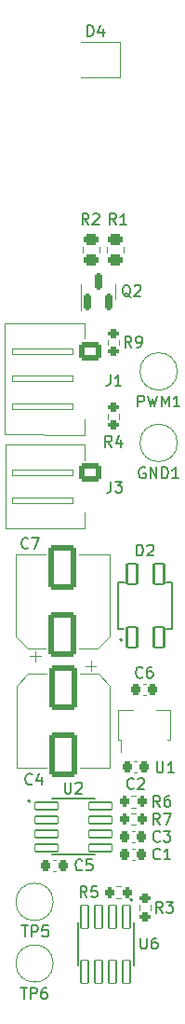
<source format=gto>
G04 #@! TF.GenerationSoftware,KiCad,Pcbnew,7.0.10*
G04 #@! TF.CreationDate,2024-05-01T16:26:18+02:00*
G04 #@! TF.ProjectId,microscope,6d696372-6f73-4636-9f70-652e6b696361,rev?*
G04 #@! TF.SameCoordinates,Original*
G04 #@! TF.FileFunction,Legend,Top*
G04 #@! TF.FilePolarity,Positive*
%FSLAX46Y46*%
G04 Gerber Fmt 4.6, Leading zero omitted, Abs format (unit mm)*
G04 Created by KiCad (PCBNEW 7.0.10) date 2024-05-01 16:26:18*
%MOMM*%
%LPD*%
G01*
G04 APERTURE LIST*
G04 Aperture macros list*
%AMRoundRect*
0 Rectangle with rounded corners*
0 $1 Rounding radius*
0 $2 $3 $4 $5 $6 $7 $8 $9 X,Y pos of 4 corners*
0 Add a 4 corners polygon primitive as box body*
4,1,4,$2,$3,$4,$5,$6,$7,$8,$9,$2,$3,0*
0 Add four circle primitives for the rounded corners*
1,1,$1+$1,$2,$3*
1,1,$1+$1,$4,$5*
1,1,$1+$1,$6,$7*
1,1,$1+$1,$8,$9*
0 Add four rect primitives between the rounded corners*
20,1,$1+$1,$2,$3,$4,$5,0*
20,1,$1+$1,$4,$5,$6,$7,0*
20,1,$1+$1,$6,$7,$8,$9,0*
20,1,$1+$1,$8,$9,$2,$3,0*%
%AMFreePoly0*
4,1,9,3.862500,-0.866500,0.737500,-0.866500,0.737500,-0.450000,-0.737500,-0.450000,-0.737500,0.450000,0.737500,0.450000,0.737500,0.866500,3.862500,0.866500,3.862500,-0.866500,3.862500,-0.866500,$1*%
G04 Aperture macros list end*
%ADD10C,0.160000*%
%ADD11C,0.120000*%
%ADD12C,0.127000*%
%ADD13C,0.200000*%
%ADD14RoundRect,0.250000X-0.450000X0.262500X-0.450000X-0.262500X0.450000X-0.262500X0.450000X0.262500X0*%
%ADD15RoundRect,0.150000X0.150000X-0.587500X0.150000X0.587500X-0.150000X0.587500X-0.150000X-0.587500X0*%
%ADD16R,2.200000X2.200000*%
%ADD17R,1.250000X2.200000*%
%ADD18RoundRect,0.225000X-0.225000X-0.250000X0.225000X-0.250000X0.225000X0.250000X-0.225000X0.250000X0*%
%ADD19RoundRect,0.200000X-0.200000X-0.275000X0.200000X-0.275000X0.200000X0.275000X-0.200000X0.275000X0*%
%ADD20R,0.900000X1.300000*%
%ADD21FreePoly0,90.000000*%
%ADD22RoundRect,0.225000X0.225000X0.250000X-0.225000X0.250000X-0.225000X-0.250000X0.225000X-0.250000X0*%
%ADD23RoundRect,0.056280X-0.345720X1.030720X-0.345720X-1.030720X0.345720X-1.030720X0.345720X1.030720X0*%
%ADD24RoundRect,0.250000X-1.000000X1.750000X-1.000000X-1.750000X1.000000X-1.750000X1.000000X1.750000X0*%
%ADD25RoundRect,0.200000X0.275000X-0.200000X0.275000X0.200000X-0.275000X0.200000X-0.275000X-0.200000X0*%
%ADD26RoundRect,0.250000X-0.750000X0.600000X-0.750000X-0.600000X0.750000X-0.600000X0.750000X0.600000X0*%
%ADD27O,2.000000X1.700000*%
%ADD28RoundRect,0.056280X-1.030720X-0.345720X1.030720X-0.345720X1.030720X0.345720X-1.030720X0.345720X0*%
%ADD29RoundRect,0.250000X-0.725000X0.600000X-0.725000X-0.600000X0.725000X-0.600000X0.725000X0.600000X0*%
%ADD30O,1.950000X1.700000*%
%ADD31RoundRect,0.111400X0.445600X-0.945600X0.445600X0.945600X-0.445600X0.945600X-0.445600X-0.945600X0*%
%ADD32RoundRect,0.200000X0.200000X0.275000X-0.200000X0.275000X-0.200000X-0.275000X0.200000X-0.275000X0*%
%ADD33C,3.000000*%
%ADD34RoundRect,0.200000X-0.275000X0.200000X-0.275000X-0.200000X0.275000X-0.200000X0.275000X0.200000X0*%
%ADD35RoundRect,0.250000X1.000000X-1.750000X1.000000X1.750000X-1.000000X1.750000X-1.000000X-1.750000X0*%
G04 APERTURE END LIST*
D10*
X99333333Y-67954299D02*
X99000000Y-67478108D01*
X98761905Y-67954299D02*
X98761905Y-66954299D01*
X98761905Y-66954299D02*
X99142857Y-66954299D01*
X99142857Y-66954299D02*
X99238095Y-67001918D01*
X99238095Y-67001918D02*
X99285714Y-67049537D01*
X99285714Y-67049537D02*
X99333333Y-67144775D01*
X99333333Y-67144775D02*
X99333333Y-67287632D01*
X99333333Y-67287632D02*
X99285714Y-67382870D01*
X99285714Y-67382870D02*
X99238095Y-67430489D01*
X99238095Y-67430489D02*
X99142857Y-67478108D01*
X99142857Y-67478108D02*
X98761905Y-67478108D01*
X99714286Y-67049537D02*
X99761905Y-67001918D01*
X99761905Y-67001918D02*
X99857143Y-66954299D01*
X99857143Y-66954299D02*
X100095238Y-66954299D01*
X100095238Y-66954299D02*
X100190476Y-67001918D01*
X100190476Y-67001918D02*
X100238095Y-67049537D01*
X100238095Y-67049537D02*
X100285714Y-67144775D01*
X100285714Y-67144775D02*
X100285714Y-67240013D01*
X100285714Y-67240013D02*
X100238095Y-67382870D01*
X100238095Y-67382870D02*
X99666667Y-67954299D01*
X99666667Y-67954299D02*
X100285714Y-67954299D01*
X101833333Y-67954299D02*
X101500000Y-67478108D01*
X101261905Y-67954299D02*
X101261905Y-66954299D01*
X101261905Y-66954299D02*
X101642857Y-66954299D01*
X101642857Y-66954299D02*
X101738095Y-67001918D01*
X101738095Y-67001918D02*
X101785714Y-67049537D01*
X101785714Y-67049537D02*
X101833333Y-67144775D01*
X101833333Y-67144775D02*
X101833333Y-67287632D01*
X101833333Y-67287632D02*
X101785714Y-67382870D01*
X101785714Y-67382870D02*
X101738095Y-67430489D01*
X101738095Y-67430489D02*
X101642857Y-67478108D01*
X101642857Y-67478108D02*
X101261905Y-67478108D01*
X102785714Y-67954299D02*
X102214286Y-67954299D01*
X102500000Y-67954299D02*
X102500000Y-66954299D01*
X102500000Y-66954299D02*
X102404762Y-67097156D01*
X102404762Y-67097156D02*
X102309524Y-67192394D01*
X102309524Y-67192394D02*
X102214286Y-67240013D01*
X103154761Y-74549537D02*
X103059523Y-74501918D01*
X103059523Y-74501918D02*
X102964285Y-74406680D01*
X102964285Y-74406680D02*
X102821428Y-74263822D01*
X102821428Y-74263822D02*
X102726190Y-74216203D01*
X102726190Y-74216203D02*
X102630952Y-74216203D01*
X102678571Y-74454299D02*
X102583333Y-74406680D01*
X102583333Y-74406680D02*
X102488095Y-74311441D01*
X102488095Y-74311441D02*
X102440476Y-74120965D01*
X102440476Y-74120965D02*
X102440476Y-73787632D01*
X102440476Y-73787632D02*
X102488095Y-73597156D01*
X102488095Y-73597156D02*
X102583333Y-73501918D01*
X102583333Y-73501918D02*
X102678571Y-73454299D01*
X102678571Y-73454299D02*
X102869047Y-73454299D01*
X102869047Y-73454299D02*
X102964285Y-73501918D01*
X102964285Y-73501918D02*
X103059523Y-73597156D01*
X103059523Y-73597156D02*
X103107142Y-73787632D01*
X103107142Y-73787632D02*
X103107142Y-74120965D01*
X103107142Y-74120965D02*
X103059523Y-74311441D01*
X103059523Y-74311441D02*
X102964285Y-74406680D01*
X102964285Y-74406680D02*
X102869047Y-74454299D01*
X102869047Y-74454299D02*
X102678571Y-74454299D01*
X103488095Y-73549537D02*
X103535714Y-73501918D01*
X103535714Y-73501918D02*
X103630952Y-73454299D01*
X103630952Y-73454299D02*
X103869047Y-73454299D01*
X103869047Y-73454299D02*
X103964285Y-73501918D01*
X103964285Y-73501918D02*
X104011904Y-73549537D01*
X104011904Y-73549537D02*
X104059523Y-73644775D01*
X104059523Y-73644775D02*
X104059523Y-73740013D01*
X104059523Y-73740013D02*
X104011904Y-73882870D01*
X104011904Y-73882870D02*
X103440476Y-74454299D01*
X103440476Y-74454299D02*
X104059523Y-74454299D01*
X99211905Y-50854299D02*
X99211905Y-49854299D01*
X99211905Y-49854299D02*
X99450000Y-49854299D01*
X99450000Y-49854299D02*
X99592857Y-49901918D01*
X99592857Y-49901918D02*
X99688095Y-49997156D01*
X99688095Y-49997156D02*
X99735714Y-50092394D01*
X99735714Y-50092394D02*
X99783333Y-50282870D01*
X99783333Y-50282870D02*
X99783333Y-50425727D01*
X99783333Y-50425727D02*
X99735714Y-50616203D01*
X99735714Y-50616203D02*
X99688095Y-50711441D01*
X99688095Y-50711441D02*
X99592857Y-50806680D01*
X99592857Y-50806680D02*
X99450000Y-50854299D01*
X99450000Y-50854299D02*
X99211905Y-50854299D01*
X100640476Y-50187632D02*
X100640476Y-50854299D01*
X100402381Y-49806680D02*
X100164286Y-50520965D01*
X100164286Y-50520965D02*
X100783333Y-50520965D01*
X105833333Y-123959060D02*
X105785714Y-124006680D01*
X105785714Y-124006680D02*
X105642857Y-124054299D01*
X105642857Y-124054299D02*
X105547619Y-124054299D01*
X105547619Y-124054299D02*
X105404762Y-124006680D01*
X105404762Y-124006680D02*
X105309524Y-123911441D01*
X105309524Y-123911441D02*
X105261905Y-123816203D01*
X105261905Y-123816203D02*
X105214286Y-123625727D01*
X105214286Y-123625727D02*
X105214286Y-123482870D01*
X105214286Y-123482870D02*
X105261905Y-123292394D01*
X105261905Y-123292394D02*
X105309524Y-123197156D01*
X105309524Y-123197156D02*
X105404762Y-123101918D01*
X105404762Y-123101918D02*
X105547619Y-123054299D01*
X105547619Y-123054299D02*
X105642857Y-123054299D01*
X105642857Y-123054299D02*
X105785714Y-123101918D01*
X105785714Y-123101918D02*
X105833333Y-123149537D01*
X106166667Y-123054299D02*
X106785714Y-123054299D01*
X106785714Y-123054299D02*
X106452381Y-123435251D01*
X106452381Y-123435251D02*
X106595238Y-123435251D01*
X106595238Y-123435251D02*
X106690476Y-123482870D01*
X106690476Y-123482870D02*
X106738095Y-123530489D01*
X106738095Y-123530489D02*
X106785714Y-123625727D01*
X106785714Y-123625727D02*
X106785714Y-123863822D01*
X106785714Y-123863822D02*
X106738095Y-123959060D01*
X106738095Y-123959060D02*
X106690476Y-124006680D01*
X106690476Y-124006680D02*
X106595238Y-124054299D01*
X106595238Y-124054299D02*
X106309524Y-124054299D01*
X106309524Y-124054299D02*
X106214286Y-124006680D01*
X106214286Y-124006680D02*
X106166667Y-123959060D01*
X105808333Y-122454299D02*
X105475000Y-121978108D01*
X105236905Y-122454299D02*
X105236905Y-121454299D01*
X105236905Y-121454299D02*
X105617857Y-121454299D01*
X105617857Y-121454299D02*
X105713095Y-121501918D01*
X105713095Y-121501918D02*
X105760714Y-121549537D01*
X105760714Y-121549537D02*
X105808333Y-121644775D01*
X105808333Y-121644775D02*
X105808333Y-121787632D01*
X105808333Y-121787632D02*
X105760714Y-121882870D01*
X105760714Y-121882870D02*
X105713095Y-121930489D01*
X105713095Y-121930489D02*
X105617857Y-121978108D01*
X105617857Y-121978108D02*
X105236905Y-121978108D01*
X106141667Y-121454299D02*
X106808333Y-121454299D01*
X106808333Y-121454299D02*
X106379762Y-122454299D01*
X105538095Y-116754299D02*
X105538095Y-117563822D01*
X105538095Y-117563822D02*
X105585714Y-117659060D01*
X105585714Y-117659060D02*
X105633333Y-117706680D01*
X105633333Y-117706680D02*
X105728571Y-117754299D01*
X105728571Y-117754299D02*
X105919047Y-117754299D01*
X105919047Y-117754299D02*
X106014285Y-117706680D01*
X106014285Y-117706680D02*
X106061904Y-117659060D01*
X106061904Y-117659060D02*
X106109523Y-117563822D01*
X106109523Y-117563822D02*
X106109523Y-116754299D01*
X107109523Y-117754299D02*
X106538095Y-117754299D01*
X106823809Y-117754299D02*
X106823809Y-116754299D01*
X106823809Y-116754299D02*
X106728571Y-116897156D01*
X106728571Y-116897156D02*
X106633333Y-116992394D01*
X106633333Y-116992394D02*
X106538095Y-117040013D01*
X105833333Y-125559060D02*
X105785714Y-125606680D01*
X105785714Y-125606680D02*
X105642857Y-125654299D01*
X105642857Y-125654299D02*
X105547619Y-125654299D01*
X105547619Y-125654299D02*
X105404762Y-125606680D01*
X105404762Y-125606680D02*
X105309524Y-125511441D01*
X105309524Y-125511441D02*
X105261905Y-125416203D01*
X105261905Y-125416203D02*
X105214286Y-125225727D01*
X105214286Y-125225727D02*
X105214286Y-125082870D01*
X105214286Y-125082870D02*
X105261905Y-124892394D01*
X105261905Y-124892394D02*
X105309524Y-124797156D01*
X105309524Y-124797156D02*
X105404762Y-124701918D01*
X105404762Y-124701918D02*
X105547619Y-124654299D01*
X105547619Y-124654299D02*
X105642857Y-124654299D01*
X105642857Y-124654299D02*
X105785714Y-124701918D01*
X105785714Y-124701918D02*
X105833333Y-124749537D01*
X106785714Y-125654299D02*
X106214286Y-125654299D01*
X106500000Y-125654299D02*
X106500000Y-124654299D01*
X106500000Y-124654299D02*
X106404762Y-124797156D01*
X106404762Y-124797156D02*
X106309524Y-124892394D01*
X106309524Y-124892394D02*
X106214286Y-124940013D01*
X104038095Y-132784299D02*
X104038095Y-133593822D01*
X104038095Y-133593822D02*
X104085714Y-133689060D01*
X104085714Y-133689060D02*
X104133333Y-133736680D01*
X104133333Y-133736680D02*
X104228571Y-133784299D01*
X104228571Y-133784299D02*
X104419047Y-133784299D01*
X104419047Y-133784299D02*
X104514285Y-133736680D01*
X104514285Y-133736680D02*
X104561904Y-133689060D01*
X104561904Y-133689060D02*
X104609523Y-133593822D01*
X104609523Y-133593822D02*
X104609523Y-132784299D01*
X105514285Y-132784299D02*
X105323809Y-132784299D01*
X105323809Y-132784299D02*
X105228571Y-132831918D01*
X105228571Y-132831918D02*
X105180952Y-132879537D01*
X105180952Y-132879537D02*
X105085714Y-133022394D01*
X105085714Y-133022394D02*
X105038095Y-133212870D01*
X105038095Y-133212870D02*
X105038095Y-133593822D01*
X105038095Y-133593822D02*
X105085714Y-133689060D01*
X105085714Y-133689060D02*
X105133333Y-133736680D01*
X105133333Y-133736680D02*
X105228571Y-133784299D01*
X105228571Y-133784299D02*
X105419047Y-133784299D01*
X105419047Y-133784299D02*
X105514285Y-133736680D01*
X105514285Y-133736680D02*
X105561904Y-133689060D01*
X105561904Y-133689060D02*
X105609523Y-133593822D01*
X105609523Y-133593822D02*
X105609523Y-133355727D01*
X105609523Y-133355727D02*
X105561904Y-133260489D01*
X105561904Y-133260489D02*
X105514285Y-133212870D01*
X105514285Y-133212870D02*
X105419047Y-133165251D01*
X105419047Y-133165251D02*
X105228571Y-133165251D01*
X105228571Y-133165251D02*
X105133333Y-133212870D01*
X105133333Y-133212870D02*
X105085714Y-133260489D01*
X105085714Y-133260489D02*
X105038095Y-133355727D01*
X94183333Y-118759060D02*
X94135714Y-118806680D01*
X94135714Y-118806680D02*
X93992857Y-118854299D01*
X93992857Y-118854299D02*
X93897619Y-118854299D01*
X93897619Y-118854299D02*
X93754762Y-118806680D01*
X93754762Y-118806680D02*
X93659524Y-118711441D01*
X93659524Y-118711441D02*
X93611905Y-118616203D01*
X93611905Y-118616203D02*
X93564286Y-118425727D01*
X93564286Y-118425727D02*
X93564286Y-118282870D01*
X93564286Y-118282870D02*
X93611905Y-118092394D01*
X93611905Y-118092394D02*
X93659524Y-117997156D01*
X93659524Y-117997156D02*
X93754762Y-117901918D01*
X93754762Y-117901918D02*
X93897619Y-117854299D01*
X93897619Y-117854299D02*
X93992857Y-117854299D01*
X93992857Y-117854299D02*
X94135714Y-117901918D01*
X94135714Y-117901918D02*
X94183333Y-117949537D01*
X95040476Y-118187632D02*
X95040476Y-118854299D01*
X94802381Y-117806680D02*
X94564286Y-118520965D01*
X94564286Y-118520965D02*
X95183333Y-118520965D01*
X103233333Y-79129299D02*
X102900000Y-78653108D01*
X102661905Y-79129299D02*
X102661905Y-78129299D01*
X102661905Y-78129299D02*
X103042857Y-78129299D01*
X103042857Y-78129299D02*
X103138095Y-78176918D01*
X103138095Y-78176918D02*
X103185714Y-78224537D01*
X103185714Y-78224537D02*
X103233333Y-78319775D01*
X103233333Y-78319775D02*
X103233333Y-78462632D01*
X103233333Y-78462632D02*
X103185714Y-78557870D01*
X103185714Y-78557870D02*
X103138095Y-78605489D01*
X103138095Y-78605489D02*
X103042857Y-78653108D01*
X103042857Y-78653108D02*
X102661905Y-78653108D01*
X103709524Y-79129299D02*
X103900000Y-79129299D01*
X103900000Y-79129299D02*
X103995238Y-79081680D01*
X103995238Y-79081680D02*
X104042857Y-79034060D01*
X104042857Y-79034060D02*
X104138095Y-78891203D01*
X104138095Y-78891203D02*
X104185714Y-78700727D01*
X104185714Y-78700727D02*
X104185714Y-78319775D01*
X104185714Y-78319775D02*
X104138095Y-78224537D01*
X104138095Y-78224537D02*
X104090476Y-78176918D01*
X104090476Y-78176918D02*
X103995238Y-78129299D01*
X103995238Y-78129299D02*
X103804762Y-78129299D01*
X103804762Y-78129299D02*
X103709524Y-78176918D01*
X103709524Y-78176918D02*
X103661905Y-78224537D01*
X103661905Y-78224537D02*
X103614286Y-78319775D01*
X103614286Y-78319775D02*
X103614286Y-78557870D01*
X103614286Y-78557870D02*
X103661905Y-78653108D01*
X103661905Y-78653108D02*
X103709524Y-78700727D01*
X103709524Y-78700727D02*
X103804762Y-78748346D01*
X103804762Y-78748346D02*
X103995238Y-78748346D01*
X103995238Y-78748346D02*
X104090476Y-78700727D01*
X104090476Y-78700727D02*
X104138095Y-78653108D01*
X104138095Y-78653108D02*
X104185714Y-78557870D01*
X101366666Y-91304299D02*
X101366666Y-92018584D01*
X101366666Y-92018584D02*
X101319047Y-92161441D01*
X101319047Y-92161441D02*
X101223809Y-92256680D01*
X101223809Y-92256680D02*
X101080952Y-92304299D01*
X101080952Y-92304299D02*
X100985714Y-92304299D01*
X101747619Y-91304299D02*
X102366666Y-91304299D01*
X102366666Y-91304299D02*
X102033333Y-91685251D01*
X102033333Y-91685251D02*
X102176190Y-91685251D01*
X102176190Y-91685251D02*
X102271428Y-91732870D01*
X102271428Y-91732870D02*
X102319047Y-91780489D01*
X102319047Y-91780489D02*
X102366666Y-91875727D01*
X102366666Y-91875727D02*
X102366666Y-92113822D01*
X102366666Y-92113822D02*
X102319047Y-92209060D01*
X102319047Y-92209060D02*
X102271428Y-92256680D01*
X102271428Y-92256680D02*
X102176190Y-92304299D01*
X102176190Y-92304299D02*
X101890476Y-92304299D01*
X101890476Y-92304299D02*
X101795238Y-92256680D01*
X101795238Y-92256680D02*
X101747619Y-92209060D01*
X97138095Y-118654299D02*
X97138095Y-119463822D01*
X97138095Y-119463822D02*
X97185714Y-119559060D01*
X97185714Y-119559060D02*
X97233333Y-119606680D01*
X97233333Y-119606680D02*
X97328571Y-119654299D01*
X97328571Y-119654299D02*
X97519047Y-119654299D01*
X97519047Y-119654299D02*
X97614285Y-119606680D01*
X97614285Y-119606680D02*
X97661904Y-119559060D01*
X97661904Y-119559060D02*
X97709523Y-119463822D01*
X97709523Y-119463822D02*
X97709523Y-118654299D01*
X98138095Y-118749537D02*
X98185714Y-118701918D01*
X98185714Y-118701918D02*
X98280952Y-118654299D01*
X98280952Y-118654299D02*
X98519047Y-118654299D01*
X98519047Y-118654299D02*
X98614285Y-118701918D01*
X98614285Y-118701918D02*
X98661904Y-118749537D01*
X98661904Y-118749537D02*
X98709523Y-118844775D01*
X98709523Y-118844775D02*
X98709523Y-118940013D01*
X98709523Y-118940013D02*
X98661904Y-119082870D01*
X98661904Y-119082870D02*
X98090476Y-119654299D01*
X98090476Y-119654299D02*
X98709523Y-119654299D01*
X101291666Y-81604299D02*
X101291666Y-82318584D01*
X101291666Y-82318584D02*
X101244047Y-82461441D01*
X101244047Y-82461441D02*
X101148809Y-82556680D01*
X101148809Y-82556680D02*
X101005952Y-82604299D01*
X101005952Y-82604299D02*
X100910714Y-82604299D01*
X102291666Y-82604299D02*
X101720238Y-82604299D01*
X102005952Y-82604299D02*
X102005952Y-81604299D01*
X102005952Y-81604299D02*
X101910714Y-81747156D01*
X101910714Y-81747156D02*
X101815476Y-81842394D01*
X101815476Y-81842394D02*
X101720238Y-81890013D01*
X103711905Y-98054299D02*
X103711905Y-97054299D01*
X103711905Y-97054299D02*
X103950000Y-97054299D01*
X103950000Y-97054299D02*
X104092857Y-97101918D01*
X104092857Y-97101918D02*
X104188095Y-97197156D01*
X104188095Y-97197156D02*
X104235714Y-97292394D01*
X104235714Y-97292394D02*
X104283333Y-97482870D01*
X104283333Y-97482870D02*
X104283333Y-97625727D01*
X104283333Y-97625727D02*
X104235714Y-97816203D01*
X104235714Y-97816203D02*
X104188095Y-97911441D01*
X104188095Y-97911441D02*
X104092857Y-98006680D01*
X104092857Y-98006680D02*
X103950000Y-98054299D01*
X103950000Y-98054299D02*
X103711905Y-98054299D01*
X104664286Y-97149537D02*
X104711905Y-97101918D01*
X104711905Y-97101918D02*
X104807143Y-97054299D01*
X104807143Y-97054299D02*
X105045238Y-97054299D01*
X105045238Y-97054299D02*
X105140476Y-97101918D01*
X105140476Y-97101918D02*
X105188095Y-97149537D01*
X105188095Y-97149537D02*
X105235714Y-97244775D01*
X105235714Y-97244775D02*
X105235714Y-97340013D01*
X105235714Y-97340013D02*
X105188095Y-97482870D01*
X105188095Y-97482870D02*
X104616667Y-98054299D01*
X104616667Y-98054299D02*
X105235714Y-98054299D01*
X99168333Y-129084299D02*
X98835000Y-128608108D01*
X98596905Y-129084299D02*
X98596905Y-128084299D01*
X98596905Y-128084299D02*
X98977857Y-128084299D01*
X98977857Y-128084299D02*
X99073095Y-128131918D01*
X99073095Y-128131918D02*
X99120714Y-128179537D01*
X99120714Y-128179537D02*
X99168333Y-128274775D01*
X99168333Y-128274775D02*
X99168333Y-128417632D01*
X99168333Y-128417632D02*
X99120714Y-128512870D01*
X99120714Y-128512870D02*
X99073095Y-128560489D01*
X99073095Y-128560489D02*
X98977857Y-128608108D01*
X98977857Y-128608108D02*
X98596905Y-128608108D01*
X100073095Y-128084299D02*
X99596905Y-128084299D01*
X99596905Y-128084299D02*
X99549286Y-128560489D01*
X99549286Y-128560489D02*
X99596905Y-128512870D01*
X99596905Y-128512870D02*
X99692143Y-128465251D01*
X99692143Y-128465251D02*
X99930238Y-128465251D01*
X99930238Y-128465251D02*
X100025476Y-128512870D01*
X100025476Y-128512870D02*
X100073095Y-128560489D01*
X100073095Y-128560489D02*
X100120714Y-128655727D01*
X100120714Y-128655727D02*
X100120714Y-128893822D01*
X100120714Y-128893822D02*
X100073095Y-128989060D01*
X100073095Y-128989060D02*
X100025476Y-129036680D01*
X100025476Y-129036680D02*
X99930238Y-129084299D01*
X99930238Y-129084299D02*
X99692143Y-129084299D01*
X99692143Y-129084299D02*
X99596905Y-129036680D01*
X99596905Y-129036680D02*
X99549286Y-128989060D01*
X98733333Y-126559060D02*
X98685714Y-126606680D01*
X98685714Y-126606680D02*
X98542857Y-126654299D01*
X98542857Y-126654299D02*
X98447619Y-126654299D01*
X98447619Y-126654299D02*
X98304762Y-126606680D01*
X98304762Y-126606680D02*
X98209524Y-126511441D01*
X98209524Y-126511441D02*
X98161905Y-126416203D01*
X98161905Y-126416203D02*
X98114286Y-126225727D01*
X98114286Y-126225727D02*
X98114286Y-126082870D01*
X98114286Y-126082870D02*
X98161905Y-125892394D01*
X98161905Y-125892394D02*
X98209524Y-125797156D01*
X98209524Y-125797156D02*
X98304762Y-125701918D01*
X98304762Y-125701918D02*
X98447619Y-125654299D01*
X98447619Y-125654299D02*
X98542857Y-125654299D01*
X98542857Y-125654299D02*
X98685714Y-125701918D01*
X98685714Y-125701918D02*
X98733333Y-125749537D01*
X99638095Y-125654299D02*
X99161905Y-125654299D01*
X99161905Y-125654299D02*
X99114286Y-126130489D01*
X99114286Y-126130489D02*
X99161905Y-126082870D01*
X99161905Y-126082870D02*
X99257143Y-126035251D01*
X99257143Y-126035251D02*
X99495238Y-126035251D01*
X99495238Y-126035251D02*
X99590476Y-126082870D01*
X99590476Y-126082870D02*
X99638095Y-126130489D01*
X99638095Y-126130489D02*
X99685714Y-126225727D01*
X99685714Y-126225727D02*
X99685714Y-126463822D01*
X99685714Y-126463822D02*
X99638095Y-126559060D01*
X99638095Y-126559060D02*
X99590476Y-126606680D01*
X99590476Y-126606680D02*
X99495238Y-126654299D01*
X99495238Y-126654299D02*
X99257143Y-126654299D01*
X99257143Y-126654299D02*
X99161905Y-126606680D01*
X99161905Y-126606680D02*
X99114286Y-126559060D01*
X105833333Y-120854299D02*
X105500000Y-120378108D01*
X105261905Y-120854299D02*
X105261905Y-119854299D01*
X105261905Y-119854299D02*
X105642857Y-119854299D01*
X105642857Y-119854299D02*
X105738095Y-119901918D01*
X105738095Y-119901918D02*
X105785714Y-119949537D01*
X105785714Y-119949537D02*
X105833333Y-120044775D01*
X105833333Y-120044775D02*
X105833333Y-120187632D01*
X105833333Y-120187632D02*
X105785714Y-120282870D01*
X105785714Y-120282870D02*
X105738095Y-120330489D01*
X105738095Y-120330489D02*
X105642857Y-120378108D01*
X105642857Y-120378108D02*
X105261905Y-120378108D01*
X106690476Y-119854299D02*
X106500000Y-119854299D01*
X106500000Y-119854299D02*
X106404762Y-119901918D01*
X106404762Y-119901918D02*
X106357143Y-119949537D01*
X106357143Y-119949537D02*
X106261905Y-120092394D01*
X106261905Y-120092394D02*
X106214286Y-120282870D01*
X106214286Y-120282870D02*
X106214286Y-120663822D01*
X106214286Y-120663822D02*
X106261905Y-120759060D01*
X106261905Y-120759060D02*
X106309524Y-120806680D01*
X106309524Y-120806680D02*
X106404762Y-120854299D01*
X106404762Y-120854299D02*
X106595238Y-120854299D01*
X106595238Y-120854299D02*
X106690476Y-120806680D01*
X106690476Y-120806680D02*
X106738095Y-120759060D01*
X106738095Y-120759060D02*
X106785714Y-120663822D01*
X106785714Y-120663822D02*
X106785714Y-120425727D01*
X106785714Y-120425727D02*
X106738095Y-120330489D01*
X106738095Y-120330489D02*
X106690476Y-120282870D01*
X106690476Y-120282870D02*
X106595238Y-120235251D01*
X106595238Y-120235251D02*
X106404762Y-120235251D01*
X106404762Y-120235251D02*
X106309524Y-120282870D01*
X106309524Y-120282870D02*
X106261905Y-120330489D01*
X106261905Y-120330489D02*
X106214286Y-120425727D01*
X93138095Y-137304299D02*
X93709523Y-137304299D01*
X93423809Y-138304299D02*
X93423809Y-137304299D01*
X94042857Y-138304299D02*
X94042857Y-137304299D01*
X94042857Y-137304299D02*
X94423809Y-137304299D01*
X94423809Y-137304299D02*
X94519047Y-137351918D01*
X94519047Y-137351918D02*
X94566666Y-137399537D01*
X94566666Y-137399537D02*
X94614285Y-137494775D01*
X94614285Y-137494775D02*
X94614285Y-137637632D01*
X94614285Y-137637632D02*
X94566666Y-137732870D01*
X94566666Y-137732870D02*
X94519047Y-137780489D01*
X94519047Y-137780489D02*
X94423809Y-137828108D01*
X94423809Y-137828108D02*
X94042857Y-137828108D01*
X95471428Y-137304299D02*
X95280952Y-137304299D01*
X95280952Y-137304299D02*
X95185714Y-137351918D01*
X95185714Y-137351918D02*
X95138095Y-137399537D01*
X95138095Y-137399537D02*
X95042857Y-137542394D01*
X95042857Y-137542394D02*
X94995238Y-137732870D01*
X94995238Y-137732870D02*
X94995238Y-138113822D01*
X94995238Y-138113822D02*
X95042857Y-138209060D01*
X95042857Y-138209060D02*
X95090476Y-138256680D01*
X95090476Y-138256680D02*
X95185714Y-138304299D01*
X95185714Y-138304299D02*
X95376190Y-138304299D01*
X95376190Y-138304299D02*
X95471428Y-138256680D01*
X95471428Y-138256680D02*
X95519047Y-138209060D01*
X95519047Y-138209060D02*
X95566666Y-138113822D01*
X95566666Y-138113822D02*
X95566666Y-137875727D01*
X95566666Y-137875727D02*
X95519047Y-137780489D01*
X95519047Y-137780489D02*
X95471428Y-137732870D01*
X95471428Y-137732870D02*
X95376190Y-137685251D01*
X95376190Y-137685251D02*
X95185714Y-137685251D01*
X95185714Y-137685251D02*
X95090476Y-137732870D01*
X95090476Y-137732870D02*
X95042857Y-137780489D01*
X95042857Y-137780489D02*
X94995238Y-137875727D01*
X101433333Y-88154299D02*
X101100000Y-87678108D01*
X100861905Y-88154299D02*
X100861905Y-87154299D01*
X100861905Y-87154299D02*
X101242857Y-87154299D01*
X101242857Y-87154299D02*
X101338095Y-87201918D01*
X101338095Y-87201918D02*
X101385714Y-87249537D01*
X101385714Y-87249537D02*
X101433333Y-87344775D01*
X101433333Y-87344775D02*
X101433333Y-87487632D01*
X101433333Y-87487632D02*
X101385714Y-87582870D01*
X101385714Y-87582870D02*
X101338095Y-87630489D01*
X101338095Y-87630489D02*
X101242857Y-87678108D01*
X101242857Y-87678108D02*
X100861905Y-87678108D01*
X102290476Y-87487632D02*
X102290476Y-88154299D01*
X102052381Y-87106680D02*
X101814286Y-87820965D01*
X101814286Y-87820965D02*
X102433333Y-87820965D01*
X106068333Y-130484299D02*
X105735000Y-130008108D01*
X105496905Y-130484299D02*
X105496905Y-129484299D01*
X105496905Y-129484299D02*
X105877857Y-129484299D01*
X105877857Y-129484299D02*
X105973095Y-129531918D01*
X105973095Y-129531918D02*
X106020714Y-129579537D01*
X106020714Y-129579537D02*
X106068333Y-129674775D01*
X106068333Y-129674775D02*
X106068333Y-129817632D01*
X106068333Y-129817632D02*
X106020714Y-129912870D01*
X106020714Y-129912870D02*
X105973095Y-129960489D01*
X105973095Y-129960489D02*
X105877857Y-130008108D01*
X105877857Y-130008108D02*
X105496905Y-130008108D01*
X106401667Y-129484299D02*
X107020714Y-129484299D01*
X107020714Y-129484299D02*
X106687381Y-129865251D01*
X106687381Y-129865251D02*
X106830238Y-129865251D01*
X106830238Y-129865251D02*
X106925476Y-129912870D01*
X106925476Y-129912870D02*
X106973095Y-129960489D01*
X106973095Y-129960489D02*
X107020714Y-130055727D01*
X107020714Y-130055727D02*
X107020714Y-130293822D01*
X107020714Y-130293822D02*
X106973095Y-130389060D01*
X106973095Y-130389060D02*
X106925476Y-130436680D01*
X106925476Y-130436680D02*
X106830238Y-130484299D01*
X106830238Y-130484299D02*
X106544524Y-130484299D01*
X106544524Y-130484299D02*
X106449286Y-130436680D01*
X106449286Y-130436680D02*
X106401667Y-130389060D01*
X93833333Y-97309060D02*
X93785714Y-97356680D01*
X93785714Y-97356680D02*
X93642857Y-97404299D01*
X93642857Y-97404299D02*
X93547619Y-97404299D01*
X93547619Y-97404299D02*
X93404762Y-97356680D01*
X93404762Y-97356680D02*
X93309524Y-97261441D01*
X93309524Y-97261441D02*
X93261905Y-97166203D01*
X93261905Y-97166203D02*
X93214286Y-96975727D01*
X93214286Y-96975727D02*
X93214286Y-96832870D01*
X93214286Y-96832870D02*
X93261905Y-96642394D01*
X93261905Y-96642394D02*
X93309524Y-96547156D01*
X93309524Y-96547156D02*
X93404762Y-96451918D01*
X93404762Y-96451918D02*
X93547619Y-96404299D01*
X93547619Y-96404299D02*
X93642857Y-96404299D01*
X93642857Y-96404299D02*
X93785714Y-96451918D01*
X93785714Y-96451918D02*
X93833333Y-96499537D01*
X94166667Y-96404299D02*
X94833333Y-96404299D01*
X94833333Y-96404299D02*
X94404762Y-97404299D01*
X103819048Y-84504299D02*
X103819048Y-83504299D01*
X103819048Y-83504299D02*
X104200000Y-83504299D01*
X104200000Y-83504299D02*
X104295238Y-83551918D01*
X104295238Y-83551918D02*
X104342857Y-83599537D01*
X104342857Y-83599537D02*
X104390476Y-83694775D01*
X104390476Y-83694775D02*
X104390476Y-83837632D01*
X104390476Y-83837632D02*
X104342857Y-83932870D01*
X104342857Y-83932870D02*
X104295238Y-83980489D01*
X104295238Y-83980489D02*
X104200000Y-84028108D01*
X104200000Y-84028108D02*
X103819048Y-84028108D01*
X104723810Y-83504299D02*
X104961905Y-84504299D01*
X104961905Y-84504299D02*
X105152381Y-83790013D01*
X105152381Y-83790013D02*
X105342857Y-84504299D01*
X105342857Y-84504299D02*
X105580953Y-83504299D01*
X105961905Y-84504299D02*
X105961905Y-83504299D01*
X105961905Y-83504299D02*
X106295238Y-84218584D01*
X106295238Y-84218584D02*
X106628571Y-83504299D01*
X106628571Y-83504299D02*
X106628571Y-84504299D01*
X107628571Y-84504299D02*
X107057143Y-84504299D01*
X107342857Y-84504299D02*
X107342857Y-83504299D01*
X107342857Y-83504299D02*
X107247619Y-83647156D01*
X107247619Y-83647156D02*
X107152381Y-83742394D01*
X107152381Y-83742394D02*
X107057143Y-83790013D01*
X104461904Y-90051918D02*
X104366666Y-90004299D01*
X104366666Y-90004299D02*
X104223809Y-90004299D01*
X104223809Y-90004299D02*
X104080952Y-90051918D01*
X104080952Y-90051918D02*
X103985714Y-90147156D01*
X103985714Y-90147156D02*
X103938095Y-90242394D01*
X103938095Y-90242394D02*
X103890476Y-90432870D01*
X103890476Y-90432870D02*
X103890476Y-90575727D01*
X103890476Y-90575727D02*
X103938095Y-90766203D01*
X103938095Y-90766203D02*
X103985714Y-90861441D01*
X103985714Y-90861441D02*
X104080952Y-90956680D01*
X104080952Y-90956680D02*
X104223809Y-91004299D01*
X104223809Y-91004299D02*
X104319047Y-91004299D01*
X104319047Y-91004299D02*
X104461904Y-90956680D01*
X104461904Y-90956680D02*
X104509523Y-90909060D01*
X104509523Y-90909060D02*
X104509523Y-90575727D01*
X104509523Y-90575727D02*
X104319047Y-90575727D01*
X104938095Y-91004299D02*
X104938095Y-90004299D01*
X104938095Y-90004299D02*
X105509523Y-91004299D01*
X105509523Y-91004299D02*
X105509523Y-90004299D01*
X105985714Y-91004299D02*
X105985714Y-90004299D01*
X105985714Y-90004299D02*
X106223809Y-90004299D01*
X106223809Y-90004299D02*
X106366666Y-90051918D01*
X106366666Y-90051918D02*
X106461904Y-90147156D01*
X106461904Y-90147156D02*
X106509523Y-90242394D01*
X106509523Y-90242394D02*
X106557142Y-90432870D01*
X106557142Y-90432870D02*
X106557142Y-90575727D01*
X106557142Y-90575727D02*
X106509523Y-90766203D01*
X106509523Y-90766203D02*
X106461904Y-90861441D01*
X106461904Y-90861441D02*
X106366666Y-90956680D01*
X106366666Y-90956680D02*
X106223809Y-91004299D01*
X106223809Y-91004299D02*
X105985714Y-91004299D01*
X107509523Y-91004299D02*
X106938095Y-91004299D01*
X107223809Y-91004299D02*
X107223809Y-90004299D01*
X107223809Y-90004299D02*
X107128571Y-90147156D01*
X107128571Y-90147156D02*
X107033333Y-90242394D01*
X107033333Y-90242394D02*
X106938095Y-90290013D01*
X104233333Y-109059060D02*
X104185714Y-109106680D01*
X104185714Y-109106680D02*
X104042857Y-109154299D01*
X104042857Y-109154299D02*
X103947619Y-109154299D01*
X103947619Y-109154299D02*
X103804762Y-109106680D01*
X103804762Y-109106680D02*
X103709524Y-109011441D01*
X103709524Y-109011441D02*
X103661905Y-108916203D01*
X103661905Y-108916203D02*
X103614286Y-108725727D01*
X103614286Y-108725727D02*
X103614286Y-108582870D01*
X103614286Y-108582870D02*
X103661905Y-108392394D01*
X103661905Y-108392394D02*
X103709524Y-108297156D01*
X103709524Y-108297156D02*
X103804762Y-108201918D01*
X103804762Y-108201918D02*
X103947619Y-108154299D01*
X103947619Y-108154299D02*
X104042857Y-108154299D01*
X104042857Y-108154299D02*
X104185714Y-108201918D01*
X104185714Y-108201918D02*
X104233333Y-108249537D01*
X105090476Y-108154299D02*
X104900000Y-108154299D01*
X104900000Y-108154299D02*
X104804762Y-108201918D01*
X104804762Y-108201918D02*
X104757143Y-108249537D01*
X104757143Y-108249537D02*
X104661905Y-108392394D01*
X104661905Y-108392394D02*
X104614286Y-108582870D01*
X104614286Y-108582870D02*
X104614286Y-108963822D01*
X104614286Y-108963822D02*
X104661905Y-109059060D01*
X104661905Y-109059060D02*
X104709524Y-109106680D01*
X104709524Y-109106680D02*
X104804762Y-109154299D01*
X104804762Y-109154299D02*
X104995238Y-109154299D01*
X104995238Y-109154299D02*
X105090476Y-109106680D01*
X105090476Y-109106680D02*
X105138095Y-109059060D01*
X105138095Y-109059060D02*
X105185714Y-108963822D01*
X105185714Y-108963822D02*
X105185714Y-108725727D01*
X105185714Y-108725727D02*
X105138095Y-108630489D01*
X105138095Y-108630489D02*
X105090476Y-108582870D01*
X105090476Y-108582870D02*
X104995238Y-108535251D01*
X104995238Y-108535251D02*
X104804762Y-108535251D01*
X104804762Y-108535251D02*
X104709524Y-108582870D01*
X104709524Y-108582870D02*
X104661905Y-108630489D01*
X104661905Y-108630489D02*
X104614286Y-108725727D01*
X103433333Y-119159060D02*
X103385714Y-119206680D01*
X103385714Y-119206680D02*
X103242857Y-119254299D01*
X103242857Y-119254299D02*
X103147619Y-119254299D01*
X103147619Y-119254299D02*
X103004762Y-119206680D01*
X103004762Y-119206680D02*
X102909524Y-119111441D01*
X102909524Y-119111441D02*
X102861905Y-119016203D01*
X102861905Y-119016203D02*
X102814286Y-118825727D01*
X102814286Y-118825727D02*
X102814286Y-118682870D01*
X102814286Y-118682870D02*
X102861905Y-118492394D01*
X102861905Y-118492394D02*
X102909524Y-118397156D01*
X102909524Y-118397156D02*
X103004762Y-118301918D01*
X103004762Y-118301918D02*
X103147619Y-118254299D01*
X103147619Y-118254299D02*
X103242857Y-118254299D01*
X103242857Y-118254299D02*
X103385714Y-118301918D01*
X103385714Y-118301918D02*
X103433333Y-118349537D01*
X103814286Y-118349537D02*
X103861905Y-118301918D01*
X103861905Y-118301918D02*
X103957143Y-118254299D01*
X103957143Y-118254299D02*
X104195238Y-118254299D01*
X104195238Y-118254299D02*
X104290476Y-118301918D01*
X104290476Y-118301918D02*
X104338095Y-118349537D01*
X104338095Y-118349537D02*
X104385714Y-118444775D01*
X104385714Y-118444775D02*
X104385714Y-118540013D01*
X104385714Y-118540013D02*
X104338095Y-118682870D01*
X104338095Y-118682870D02*
X103766667Y-119254299D01*
X103766667Y-119254299D02*
X104385714Y-119254299D01*
X93238095Y-131654299D02*
X93809523Y-131654299D01*
X93523809Y-132654299D02*
X93523809Y-131654299D01*
X94142857Y-132654299D02*
X94142857Y-131654299D01*
X94142857Y-131654299D02*
X94523809Y-131654299D01*
X94523809Y-131654299D02*
X94619047Y-131701918D01*
X94619047Y-131701918D02*
X94666666Y-131749537D01*
X94666666Y-131749537D02*
X94714285Y-131844775D01*
X94714285Y-131844775D02*
X94714285Y-131987632D01*
X94714285Y-131987632D02*
X94666666Y-132082870D01*
X94666666Y-132082870D02*
X94619047Y-132130489D01*
X94619047Y-132130489D02*
X94523809Y-132178108D01*
X94523809Y-132178108D02*
X94142857Y-132178108D01*
X95619047Y-131654299D02*
X95142857Y-131654299D01*
X95142857Y-131654299D02*
X95095238Y-132130489D01*
X95095238Y-132130489D02*
X95142857Y-132082870D01*
X95142857Y-132082870D02*
X95238095Y-132035251D01*
X95238095Y-132035251D02*
X95476190Y-132035251D01*
X95476190Y-132035251D02*
X95571428Y-132082870D01*
X95571428Y-132082870D02*
X95619047Y-132130489D01*
X95619047Y-132130489D02*
X95666666Y-132225727D01*
X95666666Y-132225727D02*
X95666666Y-132463822D01*
X95666666Y-132463822D02*
X95619047Y-132559060D01*
X95619047Y-132559060D02*
X95571428Y-132606680D01*
X95571428Y-132606680D02*
X95476190Y-132654299D01*
X95476190Y-132654299D02*
X95238095Y-132654299D01*
X95238095Y-132654299D02*
X95142857Y-132606680D01*
X95142857Y-132606680D02*
X95095238Y-132559060D01*
D11*
X100285000Y-70022936D02*
X100285000Y-70477064D01*
X98815000Y-70022936D02*
X98815000Y-70477064D01*
X102485000Y-70022936D02*
X102485000Y-70477064D01*
X101015000Y-70022936D02*
X101015000Y-70477064D01*
X98640000Y-74062500D02*
X98640000Y-73412500D01*
X101760000Y-74062500D02*
X101760000Y-73412500D01*
X98640000Y-74062500D02*
X98640000Y-75737500D01*
X101760000Y-74062500D02*
X101760000Y-74712500D01*
X102200000Y-54600000D02*
X102200000Y-51400000D01*
X98600000Y-54600000D02*
X102200000Y-54600000D01*
X98600000Y-51400000D02*
X102200000Y-51400000D01*
X103234420Y-124110000D02*
X103515580Y-124110000D01*
X103234420Y-123090000D02*
X103515580Y-123090000D01*
X103162742Y-122522500D02*
X103637258Y-122522500D01*
X103162742Y-121477500D02*
X103637258Y-121477500D01*
X102040000Y-112040000D02*
X103350000Y-112040000D01*
X102040000Y-114760000D02*
X102040000Y-112040000D01*
X102040000Y-114760000D02*
X102270000Y-114760000D01*
X105450000Y-112040000D02*
X106760000Y-112040000D01*
X102270000Y-115900000D02*
X102270000Y-114760000D01*
X106760000Y-114760000D02*
X106530000Y-114760000D01*
X106760000Y-112040000D02*
X106760000Y-114760000D01*
X103515580Y-124690000D02*
X103234420Y-124690000D01*
X103515580Y-125710000D02*
X103234420Y-125710000D01*
D12*
X103425000Y-131405000D02*
X103425000Y-135305000D01*
X98375000Y-131405000D02*
X98375000Y-135305000D01*
D13*
X103305000Y-129315000D02*
G75*
G03*
X103105000Y-129315000I-100000J0D01*
G01*
X103105000Y-129315000D02*
G75*
G03*
X103305000Y-129315000I100000J0D01*
G01*
D11*
X93804437Y-108790000D02*
X95490000Y-108790000D01*
X99510000Y-107550000D02*
X99510000Y-108550000D01*
X100010000Y-108050000D02*
X99010000Y-108050000D01*
X100195563Y-108790000D02*
X98510000Y-108790000D01*
X92740000Y-109854437D02*
X92740000Y-117310000D01*
X93804437Y-108790000D02*
X92740000Y-109854437D01*
X101260000Y-117310000D02*
X98510000Y-117310000D01*
X100195563Y-108790000D02*
X101260000Y-109854437D01*
X92740000Y-117310000D02*
X95490000Y-117310000D01*
X101260000Y-109854437D02*
X101260000Y-117310000D01*
X102122500Y-78912258D02*
X102122500Y-78437742D01*
X101077500Y-78912258D02*
X101077500Y-78437742D01*
X91740000Y-87940000D02*
X98950000Y-87950000D01*
X98950000Y-87950000D02*
X98950000Y-89370000D01*
X97850000Y-90250000D02*
X92350000Y-90250000D01*
X92350000Y-90250000D02*
X92350000Y-90750000D01*
X97850000Y-90750000D02*
X97850000Y-90250000D01*
X92350000Y-90750000D02*
X97850000Y-90750000D01*
X91740000Y-91750000D02*
X91740000Y-87940000D01*
X91740000Y-91750000D02*
X91740000Y-95560000D01*
X97850000Y-92750000D02*
X92350000Y-92750000D01*
X92350000Y-92750000D02*
X92350000Y-93250000D01*
X97850000Y-93250000D02*
X97850000Y-92750000D01*
X92350000Y-93250000D02*
X97850000Y-93250000D01*
X98950000Y-95560000D02*
X98950000Y-94140000D01*
X91740000Y-95560000D02*
X98950000Y-95560000D01*
D12*
X95980000Y-120140000D02*
X99880000Y-120140000D01*
X95980000Y-125190000D02*
X99880000Y-125190000D01*
D13*
X93990000Y-120360000D02*
G75*
G03*
X93790000Y-120360000I-100000J0D01*
G01*
X93790000Y-120360000D02*
G75*
G03*
X93990000Y-120360000I100000J0D01*
G01*
D11*
X98925000Y-76890000D02*
X98925000Y-78310000D01*
X91715000Y-76890000D02*
X98925000Y-76890000D01*
X97825000Y-79200000D02*
X92325000Y-79200000D01*
X92325000Y-79200000D02*
X92325000Y-79700000D01*
X97825000Y-79700000D02*
X97825000Y-79200000D01*
X92325000Y-79700000D02*
X97825000Y-79700000D01*
X97825000Y-81700000D02*
X92325000Y-81700000D01*
X92325000Y-81700000D02*
X92325000Y-82200000D01*
X91715000Y-81950000D02*
X91715000Y-76890000D01*
X91715000Y-81950000D02*
X91715000Y-87010000D01*
X97825000Y-82200000D02*
X97825000Y-81700000D01*
X92325000Y-82200000D02*
X97825000Y-82200000D01*
X97825000Y-84200000D02*
X92325000Y-84200000D01*
X92325000Y-84200000D02*
X92325000Y-84700000D01*
X97825000Y-84700000D02*
X97825000Y-84200000D01*
X92325000Y-84700000D02*
X97825000Y-84700000D01*
X91715000Y-87010000D02*
X98925000Y-87050000D01*
X98925000Y-87050000D02*
X98925000Y-85630000D01*
D12*
X101995000Y-104700000D02*
X101995000Y-100500000D01*
X102525000Y-104700000D02*
X101995000Y-104700000D01*
X106375000Y-104700000D02*
X106955000Y-104700000D01*
X106955000Y-104700000D02*
X106955000Y-100500000D01*
X101995000Y-100500000D02*
X102575000Y-100500000D01*
X106955000Y-100500000D02*
X106375000Y-100500000D01*
D13*
X102375000Y-105700000D02*
G75*
G03*
X102175000Y-105700000I-100000J0D01*
G01*
X102175000Y-105700000D02*
G75*
G03*
X102375000Y-105700000I100000J0D01*
G01*
D11*
X101812742Y-129152500D02*
X102287258Y-129152500D01*
X101812742Y-128107500D02*
X102287258Y-128107500D01*
X96059420Y-126710000D02*
X96340580Y-126710000D01*
X96059420Y-125690000D02*
X96340580Y-125690000D01*
X103637258Y-119877500D02*
X103162742Y-119877500D01*
X103637258Y-120922500D02*
X103162742Y-120922500D01*
X96100000Y-135100000D02*
G75*
G03*
X92700000Y-135100000I-1700000J0D01*
G01*
X92700000Y-135100000D02*
G75*
G03*
X96100000Y-135100000I1700000J0D01*
G01*
X102122500Y-85612258D02*
X102122500Y-85137742D01*
X101077500Y-85612258D02*
X101077500Y-85137742D01*
X103927500Y-129792742D02*
X103927500Y-130267258D01*
X104972500Y-129792742D02*
X104972500Y-130267258D01*
X100145563Y-106460000D02*
X98460000Y-106460000D01*
X94440000Y-107700000D02*
X94440000Y-106700000D01*
X93940000Y-107200000D02*
X94940000Y-107200000D01*
X93754437Y-106460000D02*
X95440000Y-106460000D01*
X101210000Y-105395563D02*
X101210000Y-97940000D01*
X100145563Y-106460000D02*
X101210000Y-105395563D01*
X92690000Y-97940000D02*
X95440000Y-97940000D01*
X93754437Y-106460000D02*
X92690000Y-105395563D01*
X101210000Y-97940000D02*
X98460000Y-97940000D01*
X92690000Y-105395563D02*
X92690000Y-97940000D01*
X107400000Y-81300000D02*
G75*
G03*
X104000000Y-81300000I-1700000J0D01*
G01*
X104000000Y-81300000D02*
G75*
G03*
X107400000Y-81300000I1700000J0D01*
G01*
X107400000Y-87800000D02*
G75*
G03*
X104000000Y-87800000I-1700000J0D01*
G01*
X104000000Y-87800000D02*
G75*
G03*
X107400000Y-87800000I1700000J0D01*
G01*
X104540580Y-109690000D02*
X104259420Y-109690000D01*
X104540580Y-110710000D02*
X104259420Y-110710000D01*
X103740580Y-116690000D02*
X103459420Y-116690000D01*
X103740580Y-117710000D02*
X103459420Y-117710000D01*
X96100000Y-129500000D02*
G75*
G03*
X92700000Y-129500000I-1700000J0D01*
G01*
X92700000Y-129500000D02*
G75*
G03*
X96100000Y-129500000I1700000J0D01*
G01*
%LPC*%
D14*
X99550000Y-69337500D03*
X99550000Y-71162500D03*
X101750000Y-69337500D03*
X101750000Y-71162500D03*
D15*
X99250000Y-75000000D03*
X101150000Y-75000000D03*
X100200000Y-73125000D03*
D16*
X100900000Y-53000000D03*
D17*
X98625000Y-53000000D03*
D18*
X102600000Y-123600000D03*
X104150000Y-123600000D03*
D19*
X102575000Y-122000000D03*
X104225000Y-122000000D03*
D20*
X102900000Y-115350000D03*
D21*
X104400000Y-115262500D03*
D20*
X105900000Y-115350000D03*
D22*
X104150000Y-125200000D03*
X102600000Y-125200000D03*
D23*
X102805000Y-130885000D03*
X101535000Y-130885000D03*
X100265000Y-130885000D03*
X98995000Y-130885000D03*
X98995000Y-135825000D03*
X100265000Y-135825000D03*
X101535000Y-135825000D03*
X102805000Y-135825000D03*
D24*
X97000000Y-110000000D03*
X97000000Y-116100000D03*
D25*
X101600000Y-79500000D03*
X101600000Y-77850000D03*
D26*
X99450000Y-90500000D03*
D27*
X99450000Y-93000000D03*
D28*
X95460000Y-120760000D03*
X95460000Y-122030000D03*
X95460000Y-123300000D03*
X95460000Y-124570000D03*
X100400000Y-124570000D03*
X100400000Y-123300000D03*
X100400000Y-122030000D03*
X100400000Y-120760000D03*
D29*
X99425000Y-79450000D03*
D30*
X99425000Y-81950000D03*
X99425000Y-84450000D03*
D31*
X103250000Y-105500000D03*
X105700000Y-105500000D03*
X105700000Y-99700000D03*
X103250000Y-99700000D03*
D19*
X101225000Y-128630000D03*
X102875000Y-128630000D03*
D18*
X95425000Y-126200000D03*
X96975000Y-126200000D03*
D32*
X104225000Y-120400000D03*
X102575000Y-120400000D03*
D33*
X94400000Y-135100000D03*
D25*
X101600000Y-86200000D03*
X101600000Y-84550000D03*
D34*
X104450000Y-129205000D03*
X104450000Y-130855000D03*
D35*
X96950000Y-105250000D03*
X96950000Y-99150000D03*
D33*
X105700000Y-81300000D03*
X105700000Y-87800000D03*
D22*
X105175000Y-110200000D03*
X103625000Y-110200000D03*
X104375000Y-117200000D03*
X102825000Y-117200000D03*
D33*
X94400000Y-129500000D03*
%LPD*%
M02*

</source>
